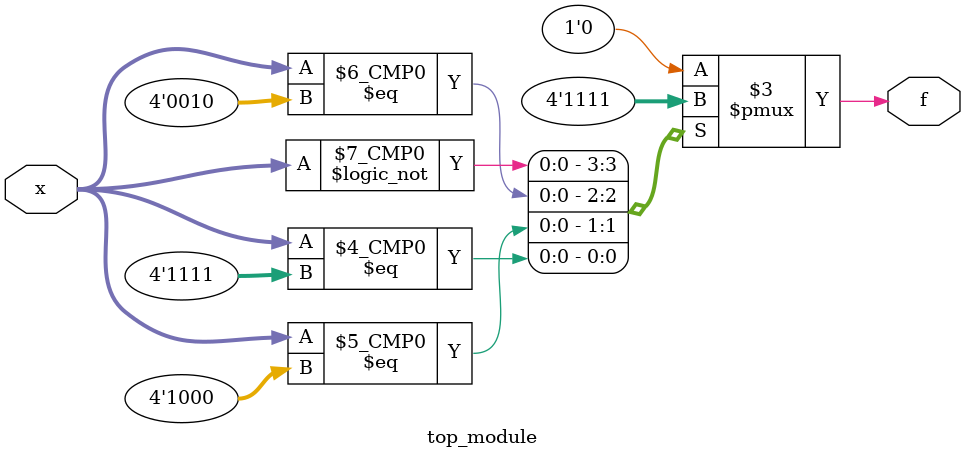
<source format=sv>
module top_module (
	input [4:1] x,
	output logic f
);

always_comb begin
	case (x)
		4'b0000: f = 1;
		4'b0010: f = 1;
		4'b0100: f = 0;
		4'b1000: f = 1;
		4'b0111: f = 0;
		4'b1110: f = 0;
		4'b1111: f = 1;
		default: f = 0;
	endcase
end

endmodule

</source>
